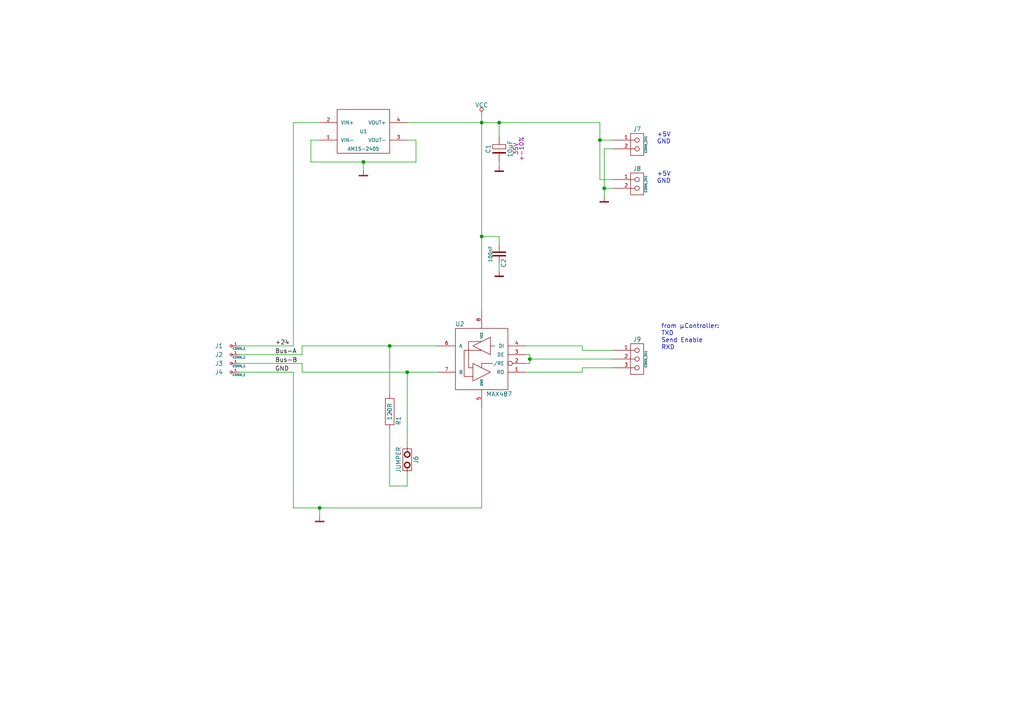
<source format=kicad_sch>
(kicad_sch (version 20211123) (generator eeschema)
  (paper "A4")
  (title_block (title "Breadboard Bus Interface") (date "30 may 2015") (rev "1") (company "KoeWiBa"))
  (lib_symbols
    (symbol "connectors:CONN_1" (pin_names (offset 1.016))
      (property "Reference" "J" (at 0 1.905 0))
      (property "Value" "CONN_1" (at 0 -1.905 0))
      (symbol "CONN_1_0_1"
        (circle (center 0 0) (radius 0.3556))
      )
      (symbol "CONN_1_1_1"
        (pin passive line (at -2.54 0 0) (length 2.54) (name "~") (number "1"))
      )
    )
    (symbol "connectors:CONN_2X1" (pin_names (offset 1.016) hide)
      (property "Reference" "J" (at 1.905 4.445 0))
      (property "Value" "CONN_2X1" (at 4.445 0 90))
      (symbol "CONN_2X1_0_1"
        (rectangle (start 0 3.175) (end 3.81 -3.175))
      )
      (symbol "CONN_2X1_1_1"
        (pin passive inverted (at -5.08 1.27 0) (length 7.62) (name "1") (number "1"))
        (pin passive inverted (at -5.08 -1.27 0) (length 7.62) (name "2") (number "2"))
      )
    )
    (symbol "connectors:CONN_3X1" (pin_names (offset 1.016) hide)
      (property "Reference" "J" (at 1.905 5.715 0))
      (property "Value" "CONN_3X1" (at 4.445 0 90))
      (symbol "CONN_3X1_0_1"
        (rectangle (start 0 4.445) (end 3.81 -4.445))
      )
      (symbol "CONN_3X1_1_1"
        (pin passive inverted (at -5.08 2.54 0) (length 7.62) (name "1") (number "1"))
        (pin passive inverted (at -5.08 0 0) (length 7.62) (name "2") (number "2"))
        (pin input inverted (at -5.08 -2.54 0) (length 7.62) (name "3") (number "3"))
      )
    )
    (symbol "connectors:JUMPER" (pin_numbers hide) (pin_names (offset 1.016) hide)
      (property "Reference" "J" (at -0.508 2.54 0))
      (property "Value" "JUMPER" (at 0 -2.54 0))
      (symbol "JUMPER_0_1"
        (rectangle (start -3.175 1.27) (end 3.175 -1.27))
        (circle (center -1.524 0) (radius 0.7874) (stroke (width 0.381)))
        (circle (center 1.524 0) (radius 0.7874) (stroke (width 0.381)))
        (pin passive line (at 3.81 0 180) (length 1.27) (name "2") (number "2"))
      )
      (symbol "JUMPER_1_1"
        (pin passive line (at -3.81 0 0) (length 1.27) (name "1") (number "1"))
      )
    )
    (symbol "ics_misc:MAX487" (pin_names (offset 1.016))
      (property "Reference" "U" (at -6.35 10.16 0))
      (property "Value" "MAX487" (at 5.08 -10.16 0))
      (symbol "MAX487_0_1"
        (polyline (pts (xy -2.54 3.81) (xy -3.81 3.81) (xy -3.81 3.81)))
        (polyline (pts (xy 0 -2.54) (xy 0 -1.27) (xy -3.175 -1.27)) (stroke (width 0.1524)))
        (polyline (pts (xy 2.54 -1.27) (xy 2.54 -6.35) (xy -2.54 -3.81) (xy 2.54 -1.27)) (stroke (width 0.1524)))
        (polyline (pts (xy -2.54 6.35) (xy 2.54 3.81) (xy -2.54 1.27) (xy -2.54 6.35) (xy -2.54 6.35)))
        (polyline (pts (xy 0 2.54) (xy 5.08 2.54) (xy 5.08 -5.08) (xy 2.54 -5.08) (xy 2.54 -5.08)))
        (polyline (pts (xy 0 5.08) (xy 3.81 5.08) (xy 3.81 -2.54) (xy 2.54 -2.54) (xy 2.54 -2.54)) (stroke (width 0.1524)))
        (rectangle (start 7.62 8.89) (end -7.62 -8.89) (stroke (width 0.1524)))
        (pin output line (at -12.7 -3.81 0) (length 5.08) (name "RO") (number "1"))
      )
      (symbol "MAX487_1_1"
        (pin input inverted (at -12.7 -1.27 0) (length 5.08) (name "/RE") (number "2"))
        (pin input line (at -12.7 1.27 0) (length 5.08) (name "DE") (number "3"))
        (pin input line (at -12.7 3.81 0) (length 5.08) (name "DI") (number "4"))
        (pin power_out line (at 0 -13.97 90) (length 5.08) (name "GND") (number "5"))
        (pin bidirectional line (at 12.7 3.81 180) (length 5.08) (name "A") (number "6"))
        (pin bidirectional line (at 12.7 -3.81 180) (length 5.08) (name "B") (number "7"))
        (pin power_in line (at 0 13.97 270) (length 5.08) (name "VCC") (number "8"))
      )
    )
    (symbol "ics_regulator:AM1S-2405" (pin_names (offset 1.016))
      (property "Reference" "U" (at 0 0 0))
      (property "Value" "AM1S-2405" (at 0 -5.08 0))
      (symbol "AM1S-2405_1_0"
        (rectangle (start -7.62 -6.35) (end 7.62 6.35))
      )
      (symbol "AM1S-2405_1_1"
        (pin passive line (at -12.7 -2.54 0) (length 5.08) (name "VIN-") (number "1"))
        (pin power_in line (at -12.7 2.54 0) (length 5.08) (name "VIN+") (number "2"))
        (pin passive line (at 12.7 -2.54 180) (length 5.08) (name "VOUT-") (number "3"))
        (pin power_out line (at 12.7 2.54 180) (length 5.08) (name "VOUT+") (number "4"))
      )
    )
    (symbol "power:GND" (power) (pin_names (offset 0.254))
      (symbol "GND_0_1"
        (polyline (pts (xy 0 0) (xy 0 -1.27) (xy 0 -1.27)))
        (polyline (pts (xy 1.27 -1.397) (xy -1.27 -1.397) (xy -1.27 -1.397)))
        (polyline (pts (xy 1.27 -1.27) (xy -1.27 -1.27) (xy -1.27 -1.27)))
        (polyline (pts (xy 1.27 -1.27) (xy 1.27 -1.524) (xy -1.27 -1.524) (xy -1.27 -1.27) (xy -1.27 -1.27)))
      )
      (symbol "GND_1_1"
        (pin power_in line (at 0 0 90) (length 0) hide (name "GND") (number "1"))
      )
    )
    (symbol "power:VCC" (power) (pin_names (offset 0))
      (property "Value" "VCC" (at 0 2.54 0))
      (symbol "VCC_0_0"
        (pin power_in line (at 0 0 90) (length 0) hide (name "VCC") (number "1"))
      )
      (symbol "VCC_0_1"
        (polyline (pts (xy 0 0) (xy 0 0.762) (xy 0 0.762)))
        (circle (center 0 1.27) (radius 0.508))
      )
    )
    (symbol "standard:C" (pin_numbers hide) (pin_names (offset 1.016) hide)
      (property "Reference" "C" (at 1.27 1.27 0))
      (property "Value" "C" (at 0 -3.175 0))
      (symbol "C_0_1"
        (polyline (pts (xy -0.508 -1.905) (xy -0.508 1.905) (xy -0.508 1.905)))
        (polyline (pts (xy -0.381 -1.905) (xy -0.635 -1.905) (xy -0.635 -1.905)))
        (polyline (pts (xy -0.381 1.905) (xy -0.635 1.905) (xy -0.635 1.905)))
        (polyline (pts (xy -0.381 1.905) (xy -0.381 -1.905) (xy -0.381 -1.905)))
        (polyline (pts (xy 0.381 1.905) (xy 0.381 -1.905) (xy 0.381 -1.905)))
        (polyline (pts (xy 0.508 -1.905) (xy 0.508 1.905) (xy 0.508 1.905)))
        (polyline (pts (xy 0.635 -1.905) (xy 0.381 -1.905) (xy 0.381 -1.905)))
        (polyline (pts (xy 0.635 -1.905) (xy 0.635 1.905) (xy 0.635 1.905)))
        (polyline (pts (xy 0.635 1.905) (xy 0.381 1.905) (xy 0.381 1.905)))
        (polyline (pts (xy -0.635 1.905) (xy -0.635 -1.905) (xy -0.635 -1.905) (xy -0.635 -1.905)))
      )
      (symbol "C_1_1"
        (pin input line (at -2.54 0 0) (length 1.905) (name "1") (number "1"))
        (pin input line (at 2.54 0 180) (length 1.905) (name "2") (number "2"))
      )
    )
    (symbol "standard:CP" (pin_numbers hide) (pin_names (offset 1.016) hide)
      (property "Reference" "C" (at 0 -3.175 0))
      (property "Value" "CP" (at 0 3.175 0))
      (property "Voltage" "35V" (at 0 4.826 0))
      (property "Tolrance" "+-10%" (at 0 6.477 0))
      (symbol "CP_0_1"
        (polyline (pts (xy 1.016 -1.905) (xy 1.27 -1.905) (xy 1.27 -1.905)))
        (polyline (pts (xy 1.016 1.905) (xy 1.27 1.905) (xy 1.27 1.905)))
        (polyline (pts (xy 1.143 1.905) (xy 1.143 -1.905) (xy 1.143 -1.905)))
        (polyline (pts (xy 1.27 -1.905) (xy 1.27 1.905) (xy 1.27 1.905)))
        (polyline (pts (xy 1.016 1.905) (xy 1.016 -1.905) (xy 1.016 -1.905) (xy 1.016 -1.905)))
        (polyline (pts (xy 1.016 1.27) (xy 1.016 -1.27) (xy 1.016 -1.27) (xy 1.016 -1.27) (xy 1.016 -1.27) (xy 1.016 -1.27)))
        (rectangle (start 0 1.905) (end -1.27 -1.905))
      )
      (symbol "CP_1_1"
        (pin input line (at -3.81 0 0) (length 2.54) (name "1") (number "1"))
        (pin input line (at 3.81 0 180) (length 2.54) (name "2") (number "2"))
      )
    )
    (symbol "standard:R" (pin_numbers hide) (pin_names (offset 1.016) hide)
      (property "Reference" "R" (at 0 -2.54 0))
      (property "Value" "R" (at 0 0 0))
      (symbol "R_0_1"
        (rectangle (start -3.81 1.27) (end 3.81 -1.27))
      )
      (symbol "R_1_1"
        (pin passive line (at -5.08 0 0) (length 1.27) (name "1") (number "1"))
        (pin passive line (at 5.08 0 180) (length 1.27) (name "2") (number "2"))
      )
    )
  )
  (junction (at 153.67 104.14))
  (junction (at 175.26 54.61))
  (junction (at 118.11 107.95))
  (junction (at 113.03 100.33))
  (junction (at 139.7 35.56))
  (junction (at 173.99 40.64))
  (junction (at 105.41 46.99))
  (junction (at 144.78 35.56))
  (junction (at 92.71 147.32))
  (junction (at 139.7 68.58))
  (wire (pts (xy 118.11 129.54) (xy 118.11 107.95)))
  (wire (pts (xy 152.4 100.33) (xy 168.91 100.33)))
  (wire (pts (xy 69.596 107.95) (xy 85.09 107.95)))
  (wire (pts (xy 168.91 107.95) (xy 152.4 107.95)))
  (wire (pts (xy 139.7 33.02) (xy 139.7 35.56)))
  (wire (pts (xy 139.7 35.56) (xy 139.7 68.58)))
  (wire (pts (xy 69.596 102.87) (xy 87.63 102.87)))
  (wire (pts (xy 173.99 35.56) (xy 173.99 40.64)))
  (wire (pts (xy 168.91 101.6) (xy 177.8 101.6)))
  (wire (pts (xy 90.17 40.64) (xy 90.17 46.99)))
  (wire (pts (xy 92.71 35.56) (xy 85.09 35.56)))
  (wire (pts (xy 153.67 102.87) (xy 153.67 104.14)))
  (wire (pts (xy 175.26 54.61) (xy 175.26 57.15)))
  (wire (pts (xy 173.99 40.64) (xy 173.99 52.07)))
  (wire (pts (xy 168.91 100.33) (xy 168.91 101.6)))
  (wire (pts (xy 144.78 35.56) (xy 144.78 39.37)))
  (wire (pts (xy 113.03 100.33) (xy 113.03 114.3)))
  (wire (pts (xy 113.03 140.97) (xy 118.11 140.97)))
  (wire (pts (xy 177.8 43.18) (xy 175.26 43.18)))
  (wire (pts (xy 118.11 107.95) (xy 87.63 107.95)))
  (wire (pts (xy 87.63 105.41) (xy 69.596 105.41)))
  (wire (pts (xy 144.78 68.58) (xy 139.7 68.58)))
  (wire (pts (xy 120.65 40.64) (xy 118.11 40.64)))
  (wire (pts (xy 118.11 35.56) (xy 139.7 35.56)))
  (wire (pts (xy 173.99 40.64) (xy 177.8 40.64)))
  (wire (pts (xy 175.26 43.18) (xy 175.26 54.61)))
  (wire (pts (xy 118.11 140.97) (xy 118.11 137.16)))
  (wire (pts (xy 153.67 104.14) (xy 177.8 104.14)))
  (wire (pts (xy 127 107.95) (xy 118.11 107.95)))
  (wire (pts (xy 139.7 147.32) (xy 139.7 118.11)))
  (wire (pts (xy 168.91 107.95) (xy 168.91 106.68)))
  (wire (pts (xy 144.78 78.74) (xy 144.78 76.2)))
  (wire (pts (xy 69.596 100.33) (xy 85.09 100.33)))
  (wire (pts (xy 105.41 46.99) (xy 90.17 46.99)))
  (wire (pts (xy 153.67 104.14) (xy 153.67 105.41)))
  (wire (pts (xy 175.26 54.61) (xy 177.8 54.61)))
  (wire (pts (xy 92.71 40.64) (xy 90.17 40.64)))
  (wire (pts (xy 120.65 46.99) (xy 120.65 40.64)))
  (wire (pts (xy 144.78 35.56) (xy 173.99 35.56)))
  (wire (pts (xy 105.41 49.53) (xy 105.41 46.99)))
  (wire (pts (xy 144.78 46.99) (xy 144.78 48.26)))
  (wire (pts (xy 168.91 106.68) (xy 177.8 106.68)))
  (wire (pts (xy 87.63 100.33) (xy 87.63 102.87)))
  (wire (pts (xy 85.09 147.32) (xy 92.71 147.32)))
  (wire (pts (xy 127 100.33) (xy 113.03 100.33)))
  (wire (pts (xy 85.09 35.56) (xy 85.09 100.33)))
  (wire (pts (xy 92.71 149.86) (xy 92.71 147.32)))
  (wire (pts (xy 173.99 52.07) (xy 177.8 52.07)))
  (wire (pts (xy 152.4 102.87) (xy 153.67 102.87)))
  (wire (pts (xy 113.03 124.46) (xy 113.03 140.97)))
  (wire (pts (xy 113.03 100.33) (xy 87.63 100.33)))
  (wire (pts (xy 144.78 71.12) (xy 144.78 68.58)))
  (wire (pts (xy 85.09 107.95) (xy 85.09 147.32)))
  (wire (pts (xy 153.67 105.41) (xy 152.4 105.41)))
  (wire (pts (xy 87.63 107.95) (xy 87.63 105.41)))
  (wire (pts (xy 92.71 147.32) (xy 139.7 147.32)))
  (wire (pts (xy 139.7 68.58) (xy 139.7 90.17)))
  (wire (pts (xy 120.65 46.99) (xy 105.41 46.99)))
  (wire (pts (xy 139.7 35.56) (xy 144.78 35.56)))
  (text "from µController:\nTXD\nSend Enable\nRXD" (at 191.77 101.6 0) (effects (font (size 1.27 1.27)) (justify left bottom)))
  (text "+5V\nGND" (at 190.5 53.34 0) (effects (font (size 1.27 1.27)) (justify left bottom)))
  (text "+5V\nGND" (at 190.5 41.91 0) (effects (font (size 1.27 1.27)) (justify left bottom)))
  (label "GND" (at 79.756 107.95 0))
  (label "Bus-A" (at 79.756 102.87 0))
  (label "Bus-B" (at 79.756 105.41 0))
  (label "+24" (at 79.756 100.33 0))
  (symbol (lib_id "ics_misc:MAX487") (at 139.7 104.14 0) (mirror y) (unit 1)
    (property "Reference" "U2" (at 133.35 93.98 0))
    (property "Value" "MAX487" (at 144.78 114.3 0))
    (property "Footprint" "SSOP28" (effects hide))
  )
  (symbol (lib_id "ics_regulator:AM1S-2405") (at 105.41 38.1 0) (unit 1)
    (property "Reference" "U1" (at 105.41 38.1 0) (effects (font (size 1.016 1.016))))
    (property "Value" "AM1S-2405" (at 105.41 43.18 0) (effects (font (size 1.016 1.016))))
    (property "Footprint" "AM1S-XXXX_SIL4" (effects hide))
    (property "Datasheet" "DOCUMENTATION" (effects hide))
  )
  (symbol (lib_id "connectors:JUMPER") (at 118.11 133.35 270) (unit 1)
    (property "Reference" "J6" (at 120.65 133.35 0))
    (property "Value" "JUMPER" (at 115.57 133.35 0))
  )
  (symbol (lib_id "standard:R") (at 113.03 119.38 270) (unit 1)
    (property "Reference" "R1" (at 115.57 120.65 0) (effects (justify left)))
    (property "Value" "120R" (at 113.03 116.84 0) (effects (justify left)))
    (property "Footprint" "~" (at 113.03 119.38 0) (effects (font (size 1.524 1.524))))
    (property "Datasheet" "~" (at 113.03 119.38 0) (effects (font (size 1.524 1.524))))
  )
  (symbol (lib_id "connectors:CONN_1") (at 67.056 107.95 0) (mirror y) (unit 1)
    (property "Reference" "J4" (at 63.5 107.95 0))
    (property "Value" "CONN_1" (at 69.342 108.712 0) (effects (font (size 0.635 0.635))))
  )
  (symbol (lib_id "connectors:CONN_1") (at 67.056 105.41 0) (mirror y) (unit 1)
    (property "Reference" "J3" (at 63.5 105.41 0))
    (property "Value" "CONN_1" (at 69.342 106.172 0) (effects (font (size 0.635 0.635))))
  )
  (symbol (lib_id "connectors:CONN_1") (at 67.056 102.87 0) (mirror y) (unit 1)
    (property "Reference" "J2" (at 63.5 102.87 0))
    (property "Value" "CONN_1" (at 69.342 103.632 0) (effects (font (size 0.635 0.635))))
  )
  (symbol (lib_id "connectors:CONN_1") (at 67.056 100.33 0) (mirror y) (unit 1)
    (property "Reference" "J1" (at 63.5 100.33 0))
    (property "Value" "CONN_1" (at 69.342 101.092 0) (effects (font (size 0.635 0.635))))
  )
  (symbol (lib_id "power:GND") (at 105.41 49.53 0) (unit 1)
    (property "Reference" "#PWR05" (effects hide))
    (property "Value" "GND" (effects hide))
  )
  (symbol (lib_id "power:GND") (at 92.71 149.86 0) (unit 1)
    (property "Reference" "#PWR04" (effects hide))
    (property "Value" "GND" (effects hide))
  )
  (symbol (lib_id "power:VCC") (at 139.7 33.02 0) (unit 1)
    (property "Reference" "#PWR03" (effects hide))
    (property "Value" "VCC" (at 139.7 30.48 0))
  )
  (symbol (lib_id "standard:C") (at 144.78 73.66 270) (unit 1)
    (property "Reference" "C2" (at 146.05 74.93 0) (effects (justify left)))
    (property "Value" "100nF" (at 142.24 73.66 0) (effects (font (size 1.016 1.016))))
  )
  (symbol (lib_id "power:GND") (at 144.78 48.26 0) (unit 1)
    (property "Reference" "#PWR02" (effects hide))
    (property "Value" "GND" (effects hide))
  )
  (symbol (lib_id "power:GND") (at 144.78 78.74 0) (unit 1)
    (property "Reference" "#PWR01" (effects hide))
    (property "Value" "GND" (effects hide))
  )
  (symbol (lib_id "standard:CP") (at 144.78 43.18 270) (unit 1)
    (property "Reference" "C1" (at 141.605 43.18 0))
    (property "Value" "10µF" (at 147.955 43.18 0))
    (property "Voltage" "35V" (at 149.606 43.18 0))
    (property "Tolrance" "+-10%" (at 151.257 43.18 0))
  )
  (symbol (lib_id "connectors:CONN_2X1") (at 182.88 41.91 0) (unit 1)
    (property "Reference" "J7" (at 184.785 37.465 0))
    (property "Value" "CONN_2X1" (at 187.325 41.91 90) (effects (font (size 0.635 0.635))))
  )
  (symbol (lib_id "connectors:CONN_2X1") (at 182.88 53.34 0) (unit 1)
    (property "Reference" "J8" (at 184.785 48.895 0))
    (property "Value" "CONN_2X1" (at 187.325 53.34 90) (effects (font (size 0.635 0.635))))
  )
  (symbol (lib_id "connectors:CONN_3X1") (at 182.88 104.14 0) (unit 1)
    (property "Reference" "J9" (at 184.785 98.425 0))
    (property "Value" "CONN_3X1" (at 187.325 104.14 90) (effects (font (size 0.635 0.635))))
  )
  (symbol (lib_id "power:GND") (at 175.26 57.15 0) (unit 1)
    (property "Reference" "#PWR06" (effects hide))
    (property "Value" "GND" (effects hide))
  )
)
</source>
